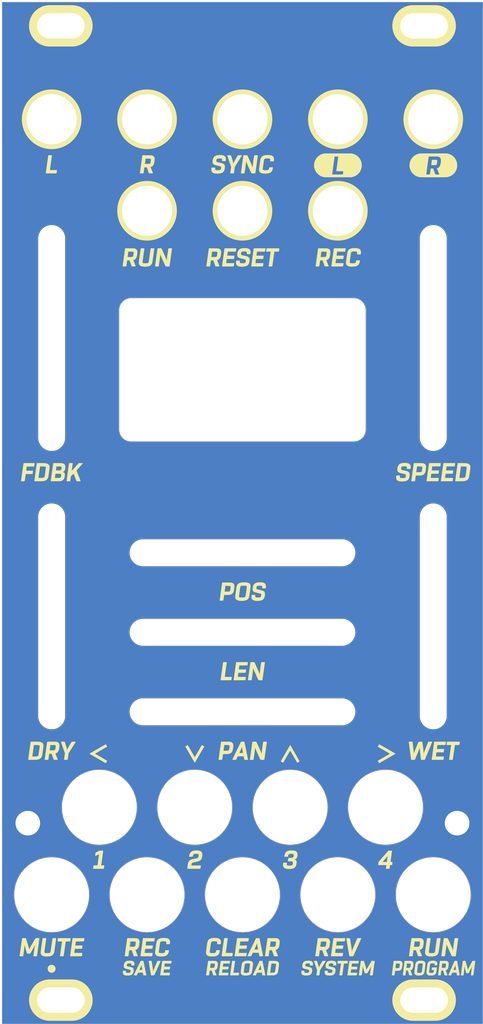
<source format=kicad_pcb>
(kicad_pcb (version 20171130) (host pcbnew "(5.1.4)-1")
  (layers (0 F.Cu signal) (31 B.Cu signal) (34 B.Paste user) (35 F.Paste user) (36 B.SilkS user) (37 F.SilkS user) (38 B.Mask user) (39 F.Mask user) (44 Edge.Cuts user))
  (net 0 "")
  (net 1 GND)
  (module symbol:12HP_MASK_BAR (layer F.Cu) (at 50 168.5)
    (fp_text reference REF** hide)
    (fp_text value 12HP_MASK_BAR hide)
  )
  (module symbol:12HP_MASK_BAR (layer F.Cu) (at 50 50)
    (fp_text reference REF** hide)
    (fp_text value 12HP_MASK_BAR hide)
  )
  (module custom:LILAC_REP_REGIST (layer F.Cu) (at 80.25 114.25)
    (fp_text reference G*** hide)
    (fp_text value LOGO hide)
  )
  (module custom:LILAC_REP_SILK (layer F.Cu) (at 80.25 114.25)
    (fp_text reference G*** hide)
    (fp_text value LOGO hide)
  )
  (module kicadlib:NPTH_3x28 (layer F.Cu) (at 104.25 127.25 180)
    (fp_text reference REF** hide)
    (fp_text value NPTH_3x28 hide)
    (pad "" np_thru_hole oval (at 0 0 180) (size 3 28) (drill oval 3 28) (layers *.Cu *.Mask))
  )
  (module kicadlib:NPTH_3x28 (layer F.Cu) (at 104.25 92.25 180)
    (fp_text reference REF** hide)
    (fp_text value NPTH_3x28 hide)
    (pad "" np_thru_hole oval (at 0 0 180) (size 3 28) (drill oval 3 28) (layers *.Cu *.Mask))
  )
  (module kicadlib:NPTH_3x28 (layer F.Cu) (at 80.25 139.25 90)
    (fp_text reference REF** hide)
    (fp_text value NPTH_3x28 hide)
    (pad "" np_thru_hole oval (at 0 0 90) (size 3 28) (drill oval 3 28) (layers *.Cu *.Mask))
  )
  (module kicadlib:NPTH_3x28 (layer F.Cu) (at 80.25 129.25 90)
    (fp_text reference REF** hide)
    (fp_text value NPTH_3x28 hide)
    (pad "" np_thru_hole oval (at 0 0 90) (size 3 28) (drill oval 3 28) (layers *.Cu *.Mask))
  )
  (module kicadlib:NPTH_3x28 (layer F.Cu) (at 80.25 119.25 90)
    (fp_text reference REF** hide)
    (fp_text value NPTH_3x28 hide)
    (pad "" np_thru_hole oval (at 0 0 90) (size 3 28) (drill oval 3 28) (layers *.Cu *.Mask))
  )
  (module kicadlib:NPTH_3x28 (layer F.Cu) (at 56.25 127.25)
    (fp_text reference REF** hide)
    (fp_text value NPTH_3x28 hide)
    (pad "" np_thru_hole oval (at 0 0) (size 3 28) (drill oval 3 28) (layers *.Cu *.Mask))
  )
  (module kicadlib:NPTH_3x28 (layer F.Cu) (at 56.25 92.25)
    (fp_text reference REF** hide)
    (fp_text value NPTH_3x28 hide)
    (pad "" np_thru_hole oval (at 0 0) (size 3 28) (drill oval 3 28) (layers *.Cu *.Mask))
  )
  (module custom:RACK_HOLE_6x3.2 (layer F.Cu) (at 57.401 53)
    (fp_text reference J1 hide)
    (fp_text value RackHole hide)
    (pad 1 thru_hole oval (at 0 0) (size 8 5.2) (drill oval 6 3.2) (layers *.Cu *.Mask F.SilkS) (net 1 GND))
  )
  (module custom:RACK_HOLE_6x3.2 (layer F.Cu) (at 103.101 53)
    (fp_text reference J2 hide)
    (fp_text value RackHole hide)
    (pad 1 thru_hole oval (at 0 0) (size 8 5.2) (drill oval 6 3.2) (layers *.Cu *.Mask F.SilkS) (net 1 GND))
  )
  (module custom:HOLE_6.3 (layer F.Cu) (at 56.25 64.75)
    (fp_text reference J3 hide)
    (fp_text value Jack hide)
    (pad 1 thru_hole circle (at 0 0) (size 7.5 7.5) (drill 6.3) (layers *.Cu *.Mask F.SilkS) (net 1 GND))
  )
  (module custom:HOLE_6.3 (layer F.Cu) (at 68.25 64.75)
    (fp_text reference J4 hide)
    (fp_text value Jack hide)
    (pad 1 thru_hole circle (at 0 0) (size 7.5 7.5) (drill 6.3) (layers *.Cu *.Mask F.SilkS) (net 1 GND))
  )
  (module custom:HOLE_6.3 (layer F.Cu) (at 80.25 64.75)
    (fp_text reference J5 hide)
    (fp_text value Jack hide)
    (pad 1 thru_hole circle (at 0 0) (size 7.5 7.5) (drill 6.3) (layers *.Cu *.Mask F.SilkS) (net 1 GND))
  )
  (module custom:HOLE_6.3 (layer F.Cu) (at 92.25 64.75)
    (fp_text reference J6 hide)
    (fp_text value Jack hide)
    (pad 1 thru_hole circle (at 0 0) (size 7.5 7.5) (drill 6.3) (layers *.Cu *.Mask F.SilkS) (net 1 GND))
  )
  (module custom:HOLE_6.3 (layer F.Cu) (at 104.25 64.75)
    (fp_text reference J7 hide)
    (fp_text value Jack hide)
    (pad 1 thru_hole circle (at 0 0) (size 7.5 7.5) (drill 6.3) (layers *.Cu *.Mask F.SilkS) (net 1 GND))
  )
  (module custom:HOLE_6.3 (layer F.Cu) (at 68.25 76.25)
    (fp_text reference J8 hide)
    (fp_text value Jack hide)
    (pad 1 thru_hole circle (at 0 0) (size 7.5 7.5) (drill 6.3) (layers *.Cu *.Mask F.SilkS) (net 1 GND))
  )
  (module custom:HOLE_6.3 (layer F.Cu) (at 80.25 76.25)
    (fp_text reference J9 hide)
    (fp_text value Jack hide)
    (pad 1 thru_hole circle (at 0 0) (size 7.5 7.5) (drill 6.3) (layers *.Cu *.Mask F.SilkS) (net 1 GND))
  )
  (module custom:HOLE_6.3 (layer F.Cu) (at 92.25 76.25)
    (fp_text reference J10 hide)
    (fp_text value Jack hide)
    (pad 1 thru_hole circle (at 0 0) (size 7.5 7.5) (drill 6.3) (layers *.Cu *.Mask F.SilkS) (net 1 GND))
  )
  (module custom:M3_GND_HOLE_MINI (layer F.Cu) (at 107.25 153.25)
    (fp_text reference J11 hide)
    (fp_text value BoardHole hide)
    (pad 1 thru_hole circle (at 0 0) (size 4.5 4.5) (drill 3.1) (layers *.Cu *.Mask) (net 1 GND))
  )
  (module custom:M3_GND_HOLE_MINI (layer F.Cu) (at 53.25 153.25)
    (fp_text reference J12 hide)
    (fp_text value BoardHole hide)
    (pad 1 thru_hole circle (at 0 0) (size 4.5 4.5) (drill 3.1) (layers *.Cu *.Mask) (net 1 GND))
  )
  (module custom:RACK_HOLE_6x3.2 (layer F.Cu) (at 57.401 175.5)
    (fp_text reference J13 hide)
    (fp_text value RackHole hide)
    (pad 1 thru_hole oval (at 0 0) (size 8 5.2) (drill oval 6 3.2) (layers *.Cu *.Mask F.SilkS) (net 1 GND))
  )
  (module custom:RACK_HOLE_6x3.2 (layer F.Cu) (at 103.101 175.5)
    (fp_text reference J14 hide)
    (fp_text value RackHole hide)
    (pad 1 thru_hole oval (at 0 0) (size 8 5.2) (drill oval 6 3.2) (layers *.Cu *.Mask F.SilkS) (net 1 GND))
  )
  (gr_line (start 64.75 88.75) (end 64.75 103.75) (layer Edge.Cuts) (width 0.05))
  (gr_arc (start 66.25 88.75) (end 66.25 87.25) (angle -90) (layer Edge.Cuts) (width 0.05))
  (gr_arc (start 66.25 103.75) (end 64.75 103.75) (angle -90) (layer Edge.Cuts) (width 0.05))
  (gr_line (start 95.75 103.75) (end 95.75 88.75) (layer Edge.Cuts) (width 0.05))
  (gr_arc (start 94.25 103.75) (end 94.25 105.25) (angle -90) (layer Edge.Cuts) (width 0.05))
  (gr_arc (start 94.25 88.75) (end 95.75 88.75) (angle -90) (layer Edge.Cuts) (width 0.05))
  (gr_line (start 66.25 105.25) (end 94.25 105.25) (layer Edge.Cuts) (width 0.05))
  (gr_line (start 66.25 87.25) (end 94.25 87.25) (layer Edge.Cuts) (width 0.05))
  (gr_circle (center 56.25 162.25) (end 60.95 162.25) (layer Edge.Cuts) (width 0.05))
  (gr_circle (center 104.25 162.25) (end 108.95 162.25) (layer Edge.Cuts) (width 0.05))
  (gr_circle (center 98.25 151.25) (end 102.95 151.25) (layer Edge.Cuts) (width 0.05))
  (gr_circle (center 92.25 162.25) (end 96.95 162.25) (layer Edge.Cuts) (width 0.05))
  (gr_circle (center 86.25 151.25) (end 90.95 151.25) (layer Edge.Cuts) (width 0.05))
  (gr_circle (center 80.25 162.25) (end 84.95 162.25) (layer Edge.Cuts) (width 0.05))
  (gr_circle (center 74.25 151.25) (end 78.95 151.25) (layer Edge.Cuts) (width 0.05))
  (gr_circle (center 68.25 162.25) (end 72.95 162.25) (layer Edge.Cuts) (width 0.05))
  (gr_circle (center 62.25 151.25) (end 66.95 151.25) (layer Edge.Cuts) (width 0.05))
  (gr_line (start 50 178.5) (end 50 50) (layer Edge.Cuts) (width 0.05))
  (gr_line (start 110.5 178.5) (end 50 178.5) (layer Edge.Cuts) (width 0.05))
  (gr_line (start 110.5 50) (end 110.5 178.5) (layer Edge.Cuts) (width 0.05))
  (gr_line (start 50 50) (end 110.5 50) (layer Edge.Cuts) (width 0.05))
  (zone (net 1) (net_name GND) (layer F.Cu) (connect_pads yes (clearance 0)) (min_thickness 0.0254) (fill yes (arc_segments 32) (thermal_gap 0) (thermal_bridge_width 0.0255))
    (polygon (pts (xy 50 50) (xy 50 178.5) (xy 110.5 178.5) (xy 110.5 50)))
  )
  (zone (net 1) (net_name GND) (layer B.Cu) (connect_pads yes (clearance 0)) (min_thickness 0.0254) (fill yes (arc_segments 32) (thermal_gap 0) (thermal_bridge_width 0.0255))
    (polygon (pts (xy 50 50) (xy 50 178.5) (xy 110.5 178.5) (xy 110.5 50)))
  )
)
</source>
